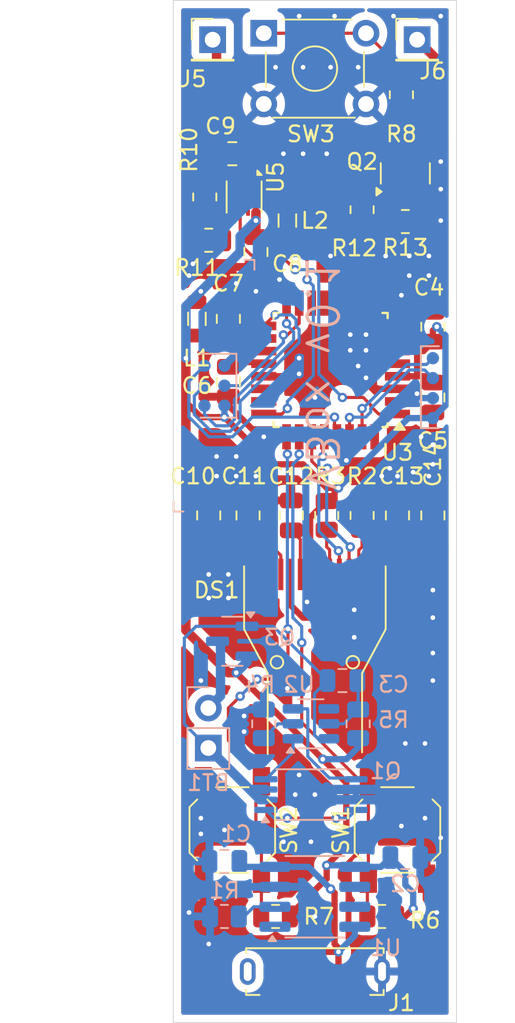
<source format=kicad_pcb>
(kicad_pcb
	(version 20240108)
	(generator "pcbnew")
	(generator_version "8.0")
	(general
		(thickness 1.6)
		(legacy_teardrops no)
	)
	(paper "A4")
	(layers
		(0 "F.Cu" signal)
		(31 "B.Cu" signal)
		(32 "B.Adhes" user "B.Adhesive")
		(33 "F.Adhes" user "F.Adhesive")
		(34 "B.Paste" user)
		(35 "F.Paste" user)
		(36 "B.SilkS" user "B.Silkscreen")
		(37 "F.SilkS" user "F.Silkscreen")
		(38 "B.Mask" user)
		(39 "F.Mask" user)
		(40 "Dwgs.User" user "User.Drawings")
		(41 "Cmts.User" user "User.Comments")
		(42 "Eco1.User" user "User.Eco1")
		(43 "Eco2.User" user "User.Eco2")
		(44 "Edge.Cuts" user)
		(45 "Margin" user)
		(46 "B.CrtYd" user "B.Courtyard")
		(47 "F.CrtYd" user "F.Courtyard")
		(48 "B.Fab" user)
		(49 "F.Fab" user)
		(50 "User.1" user)
		(51 "User.2" user)
		(52 "User.3" user)
		(53 "User.4" user)
		(54 "User.5" user)
		(55 "User.6" user)
		(56 "User.7" user)
		(57 "User.8" user)
		(58 "User.9" user)
	)
	(setup
		(pad_to_mask_clearance 0)
		(allow_soldermask_bridges_in_footprints no)
		(grid_origin 86.5 50)
		(pcbplotparams
			(layerselection 0x00010fc_ffffffff)
			(plot_on_all_layers_selection 0x0000000_00000000)
			(disableapertmacros no)
			(usegerberextensions no)
			(usegerberattributes yes)
			(usegerberadvancedattributes yes)
			(creategerberjobfile yes)
			(dashed_line_dash_ratio 12.000000)
			(dashed_line_gap_ratio 3.000000)
			(svgprecision 4)
			(plotframeref no)
			(viasonmask no)
			(mode 1)
			(useauxorigin no)
			(hpglpennumber 1)
			(hpglpenspeed 20)
			(hpglpendiameter 15.000000)
			(pdf_front_fp_property_popups yes)
			(pdf_back_fp_property_popups yes)
			(dxfpolygonmode yes)
			(dxfimperialunits yes)
			(dxfusepcbnewfont yes)
			(psnegative no)
			(psa4output no)
			(plotreference yes)
			(plotvalue yes)
			(plotfptext yes)
			(plotinvisibletext no)
			(sketchpadsonfab no)
			(subtractmaskfromsilk no)
			(outputformat 1)
			(mirror no)
			(drillshape 0)
			(scaleselection 1)
			(outputdirectory "./vbox-v0.1")
		)
	)
	(net 0 "")
	(net 1 "GND")
	(net 2 "+BATT")
	(net 3 "Net-(U2-VCC)")
	(net 4 "Net-(U3-AREF)")
	(net 5 "Net-(U3-AVCC)")
	(net 6 "unconnected-(J1-CC1-PadA5)")
	(net 7 "unconnected-(J1-CC2-PadB5)")
	(net 8 "RXD")
	(net 9 "TXD")
	(net 10 "MISO")
	(net 11 "RESET")
	(net 12 "SCK")
	(net 13 "MOSI")
	(net 14 "Net-(U5-SW)")
	(net 15 "Net-(U2-OD)")
	(net 16 "Net-(Q1-Pad1)")
	(net 17 "Net-(U2-OC)")
	(net 18 "Net-(Q2-G)")
	(net 19 "Net-(U1-PROG)")
	(net 20 "Net-(U2-CS)")
	(net 21 "moins")
	(net 22 "plus")
	(net 23 "fire")
	(net 24 "Net-(U5-FB)")
	(net 25 "PWM")
	(net 26 "unconnected-(U1-TEMP-Pad1)")
	(net 27 "unconnected-(U2-TD-Pad4)")
	(net 28 "unconnected-(U3-PD4-Pad2)")
	(net 29 "unconnected-(U3-PC0-Pad23)")
	(net 30 "unconnected-(U3-ADC7-Pad22)")
	(net 31 "ss")
	(net 32 "unconnected-(U3-PD2-Pad32)")
	(net 33 "unconnected-(U3-PD7-Pad11)")
	(net 34 "unconnected-(U3-XTAL2{slash}PB7-Pad8)")
	(net 35 "unconnected-(U3-PD6-Pad10)")
	(net 36 "unconnected-(U3-PB0-Pad12)")
	(net 37 "unconnected-(U3-XTAL1{slash}PB6-Pad7)")
	(net 38 "unconnected-(U3-ADC6-Pad19)")
	(net 39 "CE")
	(net 40 "BOOST_EN")
	(net 41 "unconnected-(U5-MODE-Pad6)")
	(net 42 "/GNDPWM")
	(net 43 "unconnected-(U1-~{CHRG}-Pad7)")
	(net 44 "unconnected-(U1-~{STDBY}-Pad6)")
	(net 45 "Net-(DS1-C2P)")
	(net 46 "Net-(DS1-C2N)")
	(net 47 "Net-(DS1-C1P)")
	(net 48 "Net-(DS1-C1N)")
	(net 49 "Net-(DS1-N.C.)")
	(net 50 "Net-(DS1-VCOMH)")
	(net 51 "Net-(DS1-VCC)")
	(net 52 "Net-(DS1-IREF)")
	(net 53 "Net-(DS1-RES#)")
	(net 54 "SDA")
	(net 55 "SCL")
	(net 56 "+USB5V")
	(net 57 "+BOOSTED5V")
	(net 58 "/-BT1")
	(net 59 "/+BT1")
	(footprint "My_footprint:oled DD-9616BE-3A_fliped(folded)" (layer "F.Cu") (at 95.5 85.484))
	(footprint "Resistor_SMD:R_0805_2012Metric" (layer "F.Cu") (at 101 56 90))
	(footprint "Inductor_SMD:L_0805_2012Metric" (layer "F.Cu") (at 93.75 64 90))
	(footprint "Capacitor_SMD:C_0805_2012Metric" (layer "F.Cu") (at 103 75.25 -90))
	(footprint "Resistor_SMD:R_0805_2012Metric" (layer "F.Cu") (at 88.75 65.25 180))
	(footprint "Resistor_SMD:R_0805_2012Metric" (layer "F.Cu") (at 96.25 82.75 90))
	(footprint "Resistor_SMD:R_0805_2012Metric" (layer "F.Cu") (at 98.5 82.75 -90))
	(footprint "Package_TO_SOT_SMD:SOT-23" (layer "F.Cu") (at 101.25 61 90))
	(footprint "Resistor_SMD:R_0805_2012Metric" (layer "F.Cu") (at 99.75 108.25 180))
	(footprint "Resistor_SMD:R_0805_2012Metric" (layer "F.Cu") (at 88.5 62.5 -90))
	(footprint "Capacitor_SMD:C_0805_2012Metric" (layer "F.Cu") (at 100.75 82.75 -90))
	(footprint "Capacitor_SMD:C_0805_2012Metric" (layer "F.Cu") (at 91.25 82.75 -90))
	(footprint "Package_DFN_QFN:Texas_RWU0007A_VQFN-7_2x2mm_P0.5mm" (layer "F.Cu") (at 91 62.5 -90))
	(footprint "Button_Switch_SMD:SW_SPST_SKQG_WithStem" (layer "F.Cu") (at 100.75 102.75 90))
	(footprint "Capacitor_SMD:C_0805_2012Metric" (layer "F.Cu") (at 90 74.25 -90))
	(footprint "Capacitor_SMD:C_0805_2012Metric" (layer "F.Cu") (at 94 82.75 -90))
	(footprint "Button_Switch_THT:SW_TH_Tactile_Omron_B3F-10xx" (layer "F.Cu") (at 92.25 52.0875))
	(footprint "Resistor_SMD:R_0805_2012Metric" (layer "F.Cu") (at 98.5 63.3125 -90))
	(footprint "Capacitor_SMD:C_0805_2012Metric" (layer "F.Cu") (at 90 70.25 90))
	(footprint "Package_QFP:TQFP-32_7x7mm_P0.8mm" (layer "F.Cu") (at 96.5 73.5 180))
	(footprint "Connector_PinHeader_2.54mm:PinHeader_1x01_P2.54mm_Vertical" (layer "F.Cu") (at 89 52.5))
	(footprint "Capacitor_SMD:C_0805_2012Metric" (layer "F.Cu") (at 103 82.75 -90))
	(footprint "Button_Switch_SMD:SW_SPST_SKQG_WithoutStem" (layer "F.Cu") (at 90.25 102.75 -90))
	(footprint "Capacitor_SMD:C_0805_2012Metric" (layer "F.Cu") (at 90.25 59.75))
	(footprint "My_footprint:CUI_UJC-VP-3-SMT-TR" (layer "F.Cu") (at 95.5 111.75 180))
	(footprint "Inductor_SMD:L_0805_2012Metric" (layer "F.Cu") (at 88 70.25 -90))
	(footprint "Connector_PinHeader_2.54mm:PinHeader_1x01_P2.54mm_Vertical" (layer "F.Cu") (at 102 52.5))
	(footprint "Capacitor_SMD:C_0805_2012Metric" (layer "F.Cu") (at 91.75 66 -90))
	(footprint "Resistor_SMD:R_0805_2012Metric" (layer "F.Cu") (at 101.25 64.0625 180))
	(footprint "Capacitor_SMD:C_0805_2012Metric" (layer "F.Cu") (at 88.75 82.75 -90))
	(footprint "Capacitor_SMD:C_0805_2012Metric" (layer "F.Cu") (at 103 70.75 90))
	(footprint "Resistor_SMD:R_0805_2012Metric" (layer "F.Cu") (at 93 108.25 180))
	(footprint "Package_SO:SOP-8_3.76x4.96mm_P1.27mm" (layer "B.Cu") (at 95.5 107))
	(footprint "Package_TO_SOT_SMD:SOT-23-6" (layer "B.Cu") (at 95.25 96))
	(footprint "Capacitor_SMD:C_0805_2012Metric" (layer "B.Cu") (at 97.25 93.25 180))
	(footprint "Package_TO_SOT_SMD:SOT-23" (layer "B.Cu") (at 90.25 90.75 180))
	(footprint "My_footprint:pad-probe_1x04_P1.27mm_Vertical"
		(layer "B.Cu")
		(uuid "69ce13b1-7df8-4a4c-bbe7-7ac374585534")
		(at 101.833 74.654 -90)
		(descr "Tag-Connect programming header; http://www.tag-connect.com/Materials/TC2030-IDC-NL.pdf")
		(tags "tag connect programming header pogo pins")
		(property "Reference" "J2"
			(at 0 -2.7 90)
			(layer "B.SilkS")
			(hide yes)
			(uuid "4fdc31b8-3e3e-4953-b1f2-0c1ce9fa325e")
			(effects
				(font
					(size 1 1)
					(thickness 0.15)
				)
				(justify mirror)
			)
		)
		(property "Value" "serial pads"
			(at 0 2.3 90)
			(layer "B.Fab")
			(hide yes)
			(uuid "cab0b3a3-282c-478f-b979-4724c6887ead")
			(effects
				(font
					(size 1 1)
					(thickness 0.15)
				)
				(justify mirror)
			)
		)
		(property "Footprint" "My_footprint:pad-probe_1x04_P1.27mm_Vertical"
			(at 0 0 90)
			(layer "B.Fab")
			(hide yes)
			(uuid "6e490dc1-9e5a-45d3-9b6d-7c1d9a6f9b35")
			(effects
				(font
					(size 1.27 1.27)
					(thickness 0.15)
				)
				(justify mirror)
			)
		)
		(property "Datasheet" ""
			(at 0 0 90)
			(layer "B.Fab")
			(hide yes)
			(uuid "820bcb12-bdbf-4700-a427-f57948db5af1")
			(effects
				(font
					(size 1.27 1.27)
					(thickness 0.15)
				)
				(justify mirror)
			)
		)
		(property "Description" ""
			(at 0 0 90)
			(layer "B.Fab")
			(hide yes)
			(uuid "5a6b2a8b-9a74-493e-a90c-0ce4f505be38")
			(effects
				(font
					(size 1.27 1.27)
					(thickness 0.15)
				)
				(justify mirror)
			)
		)
		(property ki_fp_filters "Connector*:*_1x??_*")
		(path "/0f594007-fa49-4c0d-8e65-2488b26f515b")
		(sheetname "Root")
		(sheetfile "boxmod.kicad_sch")
		(attr exclude_from_pos_files)
		(fp_line
			(start -2.666 -0.405)
			(end -2.666 -1.548)
			(stroke
				(width 0.12)
				(type default)
			)
			(layer "B.SilkS")
			(uuid "a58f7516-e5c9-418a-a2d3-a89afce46dc3")
		)
		(fp_line
			(start 2.541 -0.405)
			(end -2.666 -0.405)
			(stroke
				(width 0.12)
				(type default)
			)
			(layer "B.SilkS")
			(uuid "1632ec17-d721-4cd0-b931-f4ebb76fa5d7")
		)
		(fp_line
			(start 2.541 -1.548)
			(end 2.541 -0.405)
			(stroke
				(width 0.12)
				(type default)
			)
			(layer "B.SilkS")
			(uuid "e8a65bab-78cb-4565-9558-9fa592894a38")
		)
		(fp_rect
			(start -7.999 0.333)
			(end 8.001 -2.667)
			(stroke
				(width 0.05)
				(type default)
			)
			(fill none)
			(layer "B.CrtYd")
			(uuid "de4bdaa5-6925-43c7-ab00-16fd0153a2ae")
		)
		(fp_text user "KEEPOUT"
			(at 0.066 -1.132 90)
			(layer "Cmts.User")
			(uuid "92ff0d8d-51b6-44cb-b248-7151da1a102f")
			(effects
				(font
					(size 0.4 0.4)
					(thickness 0.07)
				)
			)
		)
		(fp_text user "${REFERENCE}"
			(at 2.668 0.484 90)
			(layer "B.Fab")
			(uuid "2453afed-7474-4a67-b1af-62966a4e2be6")
			(effects
				(font
					(size 1 1)
					(thickness 0.15)
				)
				(ju
... [257117 chars truncated]
</source>
